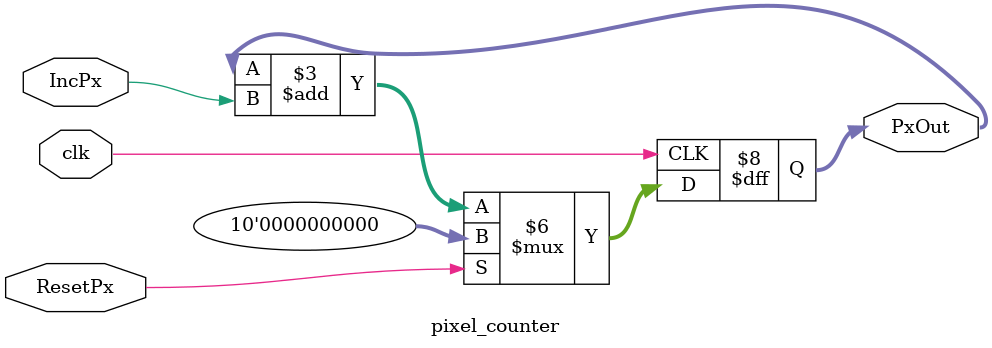
<source format=v>
module pixel_counter(PxOut, clk, ResetPx, IncPx,);
  input clk, ResetPx, IncPx ;
  wire clk, ResetPx, IncPx ;

  output [9:0] PxOut;
  reg [9:0] PxOut;

  initial
  begin
    PxOut = 0;
  end

  always @(posedge clk)
  begin
    if(ResetPx == 1) begin
      PxOut <= 0;
    end
    else begin
      PxOut <= PxOut + IncPx;
    end
  end
endmodule

</source>
